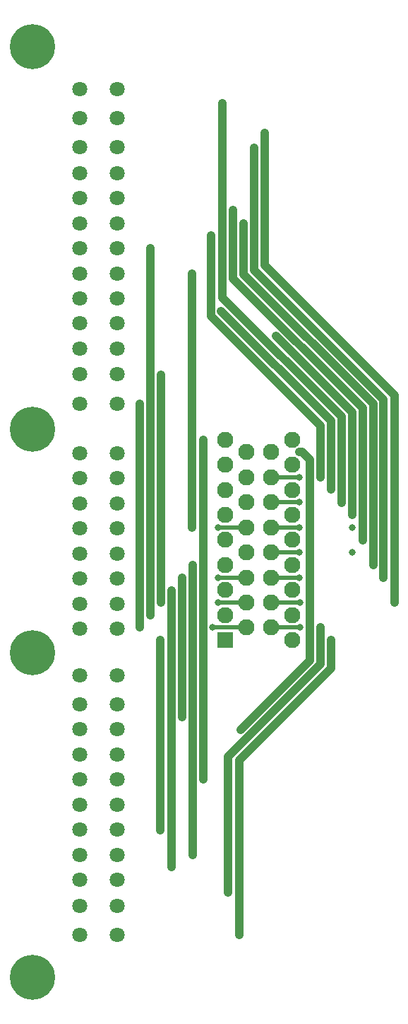
<source format=gbr>
%TF.GenerationSoftware,KiCad,Pcbnew,(6.0.2-0)*%
%TF.CreationDate,2022-04-27T17:33:59-06:00*%
%TF.ProjectId,haltech-adapter,68616c74-6563-4682-9d61-646170746572,rev?*%
%TF.SameCoordinates,Original*%
%TF.FileFunction,Copper,L2,Bot*%
%TF.FilePolarity,Positive*%
%FSLAX46Y46*%
G04 Gerber Fmt 4.6, Leading zero omitted, Abs format (unit mm)*
G04 Created by KiCad (PCBNEW (6.0.2-0)) date 2022-04-27 17:33:59*
%MOMM*%
%LPD*%
G01*
G04 APERTURE LIST*
%TA.AperFunction,ComponentPad*%
%ADD10C,1.800000*%
%TD*%
%TA.AperFunction,ComponentPad*%
%ADD11C,5.400000*%
%TD*%
%TA.AperFunction,ComponentPad*%
%ADD12R,1.950000X1.950000*%
%TD*%
%TA.AperFunction,ComponentPad*%
%ADD13C,1.950000*%
%TD*%
%TA.AperFunction,ViaPad*%
%ADD14C,0.800000*%
%TD*%
%TA.AperFunction,Conductor*%
%ADD15C,1.000000*%
%TD*%
%TA.AperFunction,Conductor*%
%ADD16C,0.500000*%
%TD*%
G04 APERTURE END LIST*
D10*
%TO.P,J2,1A,NC*%
%TO.N,unconnected-(J2-Pad1A)*%
X34450000Y-123100000D03*
%TO.P,J2,1B,+12V*%
%TO.N,/12V*%
X38950000Y-123100000D03*
%TO.P,J2,1C,NC*%
%TO.N,unconnected-(J2-Pad1C)*%
X34450000Y-119600000D03*
%TO.P,J2,1D,NC*%
%TO.N,unconnected-(J2-Pad1D)*%
X38950000Y-119600000D03*
%TO.P,J2,1E,CEL*%
%TO.N,/CEL*%
X34450000Y-116500000D03*
%TO.P,J2,1F,NC*%
%TO.N,unconnected-(J2-Pad1F)*%
X38950000Y-116500000D03*
%TO.P,J2,1G,IGNA*%
%TO.N,/IGN1*%
X34450000Y-113500000D03*
%TO.P,J2,1H,IGNB*%
%TO.N,/IGN2*%
X38950000Y-113500000D03*
%TO.P,J2,1I,NC*%
%TO.N,unconnected-(J2-Pad1I)*%
X34450000Y-110500000D03*
%TO.P,J2,1J,AC_OUT*%
%TO.N,/AC_OUT*%
X38950000Y-110500000D03*
%TO.P,J2,1K,NC*%
%TO.N,unconnected-(J2-Pad1K)*%
X34450000Y-107500000D03*
%TO.P,J2,1L,NC*%
%TO.N,unconnected-(J2-Pad1L)*%
X38950000Y-107500000D03*
%TO.P,J2,1M,NC*%
%TO.N,unconnected-(J2-Pad1M)*%
X34450000Y-104500000D03*
%TO.P,J2,1N,5VREF*%
%TO.N,/5VREF*%
X38950000Y-104500000D03*
%TO.P,J2,1O,NC*%
%TO.N,unconnected-(J2-Pad1O)*%
X34450000Y-101500000D03*
%TO.P,J2,1P,NC*%
%TO.N,unconnected-(J2-Pad1P)*%
X38950000Y-101500000D03*
%TO.P,J2,1Q,AC_IN*%
%TO.N,/AC_IN*%
X34450000Y-98500000D03*
%TO.P,J2,1R,FAN*%
%TO.N,/DPO4*%
X38950000Y-98500000D03*
%TO.P,J2,1S,NC*%
%TO.N,unconnected-(J2-Pad1S)*%
X34450000Y-95500000D03*
%TO.P,J2,1T,NC*%
%TO.N,unconnected-(J2-Pad1T)*%
X38950000Y-95500000D03*
%TO.P,J2,1U,NC*%
%TO.N,unconnected-(J2-Pad1U)*%
X34450000Y-92000000D03*
%TO.P,J2,1V,NC*%
%TO.N,unconnected-(J2-Pad1V)*%
X38950000Y-92000000D03*
%TO.P,J2,2A,GND*%
%TO.N,/GND*%
X34450000Y-59500000D03*
%TO.P,J2,2B,GND*%
X38950000Y-59500000D03*
%TO.P,J2,2C,SGND*%
%TO.N,/SGND*%
X34450000Y-56000000D03*
%TO.P,J2,2D,SGND*%
X38950000Y-56000000D03*
%TO.P,J2,2E,CRANK_IN*%
%TO.N,/TRIGGER+*%
X34450000Y-52900000D03*
%TO.P,J2,2F,NC*%
%TO.N,unconnected-(J2-Pad2F)*%
X38950000Y-52900000D03*
%TO.P,J2,2G,CAM_IN*%
%TO.N,/HOME+*%
X34450000Y-49900000D03*
%TO.P,J2,2H,NC*%
%TO.N,unconnected-(J2-Pad2H)*%
X38950000Y-49900000D03*
%TO.P,J2,2I,TACH*%
%TO.N,/TACH*%
X34450000Y-46900000D03*
%TO.P,J2,2J,NC*%
%TO.N,unconnected-(J2-Pad2J)*%
X38950000Y-46900000D03*
%TO.P,J2,2K,AFM*%
%TO.N,unconnected-(J2-Pad2K)*%
X34450000Y-43900000D03*
%TO.P,J2,2L,TPS*%
%TO.N,/TPS*%
X38950000Y-43900000D03*
%TO.P,J2,2M,NC*%
%TO.N,unconnected-(J2-Pad2M)*%
X34450000Y-40900000D03*
%TO.P,J2,2N,NBO2*%
%TO.N,/AVI1*%
X38950000Y-40900000D03*
%TO.P,J2,2O,FUELP*%
%TO.N,/DPO5*%
X34450000Y-37900000D03*
%TO.P,J2,2P,AIT*%
%TO.N,/IAT*%
X38950000Y-37900000D03*
%TO.P,J2,2Q,CLT*%
%TO.N,/CLT*%
X34450000Y-34900000D03*
%TO.P,J2,2R,NC*%
%TO.N,unconnected-(J2-Pad2R)*%
X38950000Y-34900000D03*
%TO.P,J2,2S,NC*%
%TO.N,unconnected-(J2-Pad2S)*%
X34450000Y-31900000D03*
%TO.P,J2,2T,NC*%
%TO.N,unconnected-(J2-Pad2T)*%
X38950000Y-31900000D03*
%TO.P,J2,2U,INJ1*%
%TO.N,/INJ1*%
X34450000Y-28800000D03*
%TO.P,J2,2V,INJ2*%
%TO.N,/INJ2*%
X38950000Y-28800000D03*
%TO.P,J2,2W,IDLE*%
%TO.N,/DPO3*%
X34450000Y-25300000D03*
%TO.P,J2,2X,NC*%
%TO.N,unconnected-(J2-Pad2X)*%
X38950000Y-25300000D03*
%TO.P,J2,2Y,INJ3*%
%TO.N,Net-(J2-Pad2Y)*%
X38950000Y-21800000D03*
%TO.P,J2,2Z,INJ4*%
%TO.N,Net-(J2-Pad2Z)*%
X34450000Y-21800000D03*
%TO.P,J2,3A,NC*%
%TO.N,unconnected-(J2-Pad3A)*%
X34450000Y-86450000D03*
%TO.P,J2,3B,NC*%
%TO.N,unconnected-(J2-Pad3B)*%
X38950000Y-86450000D03*
%TO.P,J2,3C,NC*%
%TO.N,unconnected-(J2-Pad3C)*%
X34450000Y-83450000D03*
%TO.P,J2,3D,NC*%
%TO.N,unconnected-(J2-Pad3D)*%
X38950000Y-83450000D03*
%TO.P,J2,3E,NC*%
%TO.N,unconnected-(J2-Pad3E)*%
X34450000Y-80450000D03*
%TO.P,J2,3F,NC*%
%TO.N,unconnected-(J2-Pad3F)*%
X38950000Y-80450000D03*
%TO.P,J2,3G,NC*%
%TO.N,unconnected-(J2-Pad3G)*%
X34450000Y-77450000D03*
%TO.P,J2,3H,NC*%
%TO.N,unconnected-(J2-Pad3H)*%
X38950000Y-77450000D03*
%TO.P,J2,3I,NC*%
%TO.N,unconnected-(J2-Pad3I)*%
X34450000Y-74450000D03*
%TO.P,J2,3J,NC*%
%TO.N,unconnected-(J2-Pad3J)*%
X38950000Y-74450000D03*
%TO.P,J2,3K,NC*%
%TO.N,unconnected-(J2-Pad3K)*%
X34450000Y-71450000D03*
%TO.P,J2,3L,NC*%
%TO.N,unconnected-(J2-Pad3L)*%
X38950000Y-71450000D03*
%TO.P,J2,3M,NC*%
%TO.N,unconnected-(J2-Pad3M)*%
X34450000Y-68450000D03*
%TO.P,J2,3N,NC*%
%TO.N,unconnected-(J2-Pad3N)*%
X38950000Y-68450000D03*
%TO.P,J2,3O,NC*%
%TO.N,unconnected-(J2-Pad3O)*%
X34450000Y-65450000D03*
%TO.P,J2,3P,NC*%
%TO.N,unconnected-(J2-Pad3P)*%
X38950000Y-65450000D03*
D11*
%TO.P,J2,MH1*%
%TO.N,N/C*%
X28750000Y-128150000D03*
%TO.P,J2,MH2*%
X28750000Y-89300000D03*
%TO.P,J2,MH3*%
X28750000Y-62600000D03*
%TO.P,J2,MH4*%
X28750000Y-16750000D03*
%TD*%
D12*
%TO.P,J1,1,1*%
%TO.N,/AC_OUT*%
X51928509Y-87807040D03*
D13*
%TO.P,J1,2,2*%
%TO.N,/AVI1*%
X51928509Y-84807040D03*
%TO.P,J1,3,3*%
%TO.N,/IGN1*%
X51928509Y-81807040D03*
%TO.P,J1,4,4*%
%TO.N,/IGN2*%
X51928509Y-78807040D03*
%TO.P,J1,5,5*%
%TO.N,/IGN3*%
X51928509Y-75807040D03*
%TO.P,J1,6,6*%
%TO.N,/IGN4*%
X51928509Y-72807040D03*
%TO.P,J1,7,7*%
%TO.N,unconnected-(J1-Pad7)*%
X51928509Y-69807040D03*
%TO.P,J1,8,8*%
%TO.N,unconnected-(J1-Pad8)*%
X51928509Y-66807040D03*
%TO.P,J1,9,9*%
%TO.N,/5VREF*%
X51928509Y-63807040D03*
%TO.P,J1,10,10*%
%TO.N,/GND*%
X54428509Y-86307040D03*
%TO.P,J1,11,11*%
%TO.N,/SGND*%
X54428509Y-83307040D03*
%TO.P,J1,12,12*%
%TO.N,/AC_IN*%
X54428509Y-80307040D03*
%TO.P,J1,13,13*%
%TO.N,unconnected-(J1-Pad13)*%
X54428509Y-77307040D03*
%TO.P,J1,14,14*%
%TO.N,/TPS*%
X54428509Y-74307040D03*
%TO.P,J1,15,15*%
%TO.N,/AVI3*%
X54428509Y-71307040D03*
%TO.P,J1,16,16*%
%TO.N,/CANH*%
X54428509Y-68307040D03*
%TO.P,J1,17,17*%
%TO.N,/CANL*%
X54428509Y-65307040D03*
%TO.P,J1,18,18*%
%TO.N,/CEL*%
X57428509Y-86307040D03*
%TO.P,J1,19,19*%
%TO.N,/INJ1*%
X57428509Y-83307040D03*
%TO.P,J1,20,20*%
%TO.N,/INJ2*%
X57428509Y-80307040D03*
%TO.P,J1,21,21*%
%TO.N,/INJ3*%
X57428509Y-77307040D03*
%TO.P,J1,22,22*%
%TO.N,/INJ4*%
X57428509Y-74307040D03*
%TO.P,J1,23,23*%
%TO.N,/DPO3*%
X57428509Y-71307040D03*
%TO.P,J1,24,24*%
%TO.N,/DPO5*%
X57428509Y-68307040D03*
%TO.P,J1,25,25*%
%TO.N,/DPO4*%
X57428509Y-65307040D03*
%TO.P,J1,26,26*%
%TO.N,/12V*%
X59928509Y-87807040D03*
%TO.P,J1,27,27*%
%TO.N,unconnected-(J1-Pad27)*%
X59928509Y-84807040D03*
%TO.P,J1,28,28*%
%TO.N,unconnected-(J1-Pad28)*%
X59928509Y-81807040D03*
%TO.P,J1,29,29*%
%TO.N,/IAT*%
X59928509Y-78807040D03*
%TO.P,J1,30,30*%
%TO.N,/CLT*%
X59928509Y-75807040D03*
%TO.P,J1,31,31*%
%TO.N,/TRIGGER+*%
X59928509Y-72807040D03*
%TO.P,J1,32,32*%
%TO.N,/HOME+*%
X59928509Y-69807040D03*
%TO.P,J1,33,33*%
%TO.N,/TRIGGER-*%
X59928509Y-66807040D03*
%TO.P,J1,34,34*%
%TO.N,/HOME-*%
X59928509Y-63807040D03*
%TD*%
D14*
%TO.N,/AC_OUT*%
X44082040Y-110557040D03*
X44082040Y-87807040D03*
%TO.N,/AVI1*%
X42932040Y-84807040D03*
X42932040Y-40907040D03*
%TO.N,/IGN1*%
X45457040Y-81857040D03*
X45457040Y-114957040D03*
%TO.N,/IGN2*%
X47982040Y-113507040D03*
X47957040Y-78832040D03*
%TO.N,/5VREF*%
X49232040Y-104507040D03*
X49232040Y-63807040D03*
%TO.N,/GND*%
X41657040Y-59507040D03*
X50407040Y-86307040D03*
X41682040Y-86307040D03*
%TO.N,/SGND*%
X44182040Y-56007040D03*
X51057040Y-83307040D03*
X44182040Y-83307040D03*
%TO.N,/AC_IN*%
X51057040Y-80307040D03*
X46707040Y-80307040D03*
X46707040Y-97007040D03*
%TO.N,/TPS*%
X47925000Y-43900000D03*
X47932040Y-74307040D03*
X51057040Y-74307040D03*
%TO.N,/CEL*%
X63332040Y-86307040D03*
X60857040Y-86307040D03*
X52257040Y-118007040D03*
%TO.N,/INJ2*%
X60807040Y-80307040D03*
X70857040Y-80307040D03*
X55350000Y-28800000D03*
%TO.N,/INJ3*%
X67100000Y-77307040D03*
X60807040Y-77307040D03*
%TO.N,/INJ4*%
X67107040Y-74307040D03*
X60807040Y-74307040D03*
%TO.N,/DPO3*%
X51575000Y-23550000D03*
X60807040Y-71307040D03*
X65832040Y-71332040D03*
%TO.N,/INJ1*%
X72182040Y-83307040D03*
X56650000Y-27075000D03*
X60882040Y-83307040D03*
%TO.N,/12V*%
X64607040Y-87832040D03*
X53607040Y-123082040D03*
%TO.N,/IAT*%
X54125000Y-37900000D03*
X69632040Y-78807040D03*
%TO.N,/CLT*%
X52850000Y-36300000D03*
X68382040Y-75882040D03*
%TO.N,/TRIGGER+*%
X67107040Y-72807040D03*
X57982040Y-51432040D03*
%TO.N,/HOME+*%
X51411552Y-48407040D03*
X64557040Y-69782040D03*
%TO.N,/DPO5*%
X60807040Y-68307040D03*
X50150000Y-39400000D03*
X63307040Y-68332040D03*
%TO.N,/DPO4*%
X53732040Y-98532040D03*
X60807040Y-65307040D03*
%TD*%
D15*
%TO.N,/AC_OUT*%
X44082040Y-110557040D02*
X44082040Y-87807040D01*
%TO.N,/AVI1*%
X42932040Y-84807040D02*
X42928520Y-84803520D01*
X42928520Y-40910560D02*
X42932040Y-40907040D01*
X42928520Y-84803520D02*
X42928520Y-40910560D01*
%TO.N,/IGN1*%
X45457040Y-114957040D02*
X45453521Y-114953521D01*
X45453521Y-114953521D02*
X45453521Y-96487815D01*
X45457040Y-96484296D02*
X45457040Y-81857040D01*
X45453521Y-96487815D02*
X45457040Y-96484296D01*
%TO.N,/IGN2*%
X47982040Y-113507040D02*
X47982040Y-105029784D01*
X47978520Y-105026264D02*
X47978520Y-78853520D01*
X47978520Y-78853520D02*
X47957040Y-78832040D01*
X47982040Y-105029784D02*
X47978520Y-105026264D01*
%TO.N,/5VREF*%
X49232040Y-63807040D02*
X49232040Y-104507040D01*
%TO.N,/GND*%
X41675000Y-59525000D02*
X41657040Y-59507040D01*
X41675000Y-86300000D02*
X41675000Y-59525000D01*
D16*
X50407040Y-86307040D02*
X54428509Y-86307040D01*
D15*
X41682040Y-86307040D02*
X41675000Y-86300000D01*
%TO.N,/SGND*%
X44182040Y-83307040D02*
X44182040Y-56007040D01*
D16*
X51057040Y-83307040D02*
X54428509Y-83307040D01*
D15*
%TO.N,/AC_IN*%
X46725000Y-80325000D02*
X46725000Y-96989080D01*
X46707040Y-80307040D02*
X46725000Y-80325000D01*
X46725000Y-96989080D02*
X46707040Y-97007040D01*
D16*
X51057040Y-80307040D02*
X54428509Y-80307040D01*
%TO.N,/TPS*%
X51057040Y-74307040D02*
X54428509Y-74307040D01*
D15*
X47925000Y-43900000D02*
X47932040Y-43907040D01*
X47932040Y-43907040D02*
X47932040Y-74307040D01*
%TO.N,/CEL*%
X52257040Y-118007040D02*
X52257040Y-101784296D01*
X63332040Y-90709296D02*
X63332040Y-86307040D01*
X52257040Y-101784296D02*
X63332040Y-90709296D01*
D16*
X60857040Y-86307040D02*
X57428509Y-86307040D01*
D15*
%TO.N,/INJ2*%
X55378522Y-43476266D02*
X70889079Y-58986823D01*
X70889079Y-58986823D02*
X70889079Y-80275001D01*
X70889079Y-80275001D02*
X70857040Y-80307040D01*
X55378521Y-28828521D02*
X55378522Y-43476266D01*
D16*
X60807040Y-80307040D02*
X57428509Y-80307040D01*
%TO.N,/INJ3*%
X60807040Y-77307040D02*
X57428509Y-77307040D01*
%TO.N,/INJ4*%
X60807040Y-74307040D02*
X57428509Y-74307040D01*
D15*
%TO.N,/DPO3*%
X51578520Y-23560560D02*
X51578520Y-46801264D01*
D16*
X57428509Y-71307040D02*
X60807040Y-71307040D01*
D15*
X51578520Y-46801264D02*
X65832040Y-61054784D01*
X65832040Y-61054784D02*
X65832040Y-71332040D01*
D16*
%TO.N,/INJ1*%
X57428509Y-83307040D02*
X60882040Y-83307040D01*
D15*
X72182040Y-58507040D02*
X72182040Y-83307040D01*
X56632040Y-27082040D02*
X56632041Y-42957041D01*
X56632041Y-42957041D02*
X72182040Y-58507040D01*
%TO.N,/12V*%
X53607040Y-123082040D02*
X53607040Y-102207040D01*
X53607040Y-102207040D02*
X64607040Y-91207040D01*
X64607040Y-91207040D02*
X64607040Y-87832040D01*
%TO.N,/IAT*%
X69635559Y-78803521D02*
X69635559Y-59535559D01*
X54125001Y-44025001D02*
X54125001Y-37907040D01*
X69635559Y-59535559D02*
X54125001Y-44025001D01*
X69632040Y-78807040D02*
X69635559Y-78803521D01*
%TO.N,/CLT*%
X68382040Y-60054784D02*
X52832040Y-44504784D01*
X68382040Y-75882040D02*
X68382040Y-60054784D01*
X52832040Y-44504784D02*
X52832040Y-36307040D01*
%TO.N,/TRIGGER+*%
X67107040Y-60557040D02*
X57982040Y-51432040D01*
X67107040Y-72807040D02*
X67107040Y-60557040D01*
%TO.N,/HOME+*%
X64560560Y-61556048D02*
X51411552Y-48407040D01*
X64557040Y-69782040D02*
X64560560Y-69778520D01*
X64560560Y-69778520D02*
X64560560Y-61556048D01*
%TO.N,/DPO5*%
X63307040Y-62157040D02*
X63307040Y-68332040D01*
X50157040Y-49007040D02*
X63307040Y-62157040D01*
X50157040Y-39407040D02*
X50157040Y-49007040D01*
D16*
X60807040Y-68307040D02*
X57428509Y-68307040D01*
D15*
%TO.N,/DPO4*%
X61109296Y-65307040D02*
X60807040Y-65307040D01*
X62035551Y-90228529D02*
X62035551Y-66233295D01*
X62035551Y-66233295D02*
X61109296Y-65307040D01*
X53732040Y-98532040D02*
X62035551Y-90228529D01*
%TD*%
M02*

</source>
